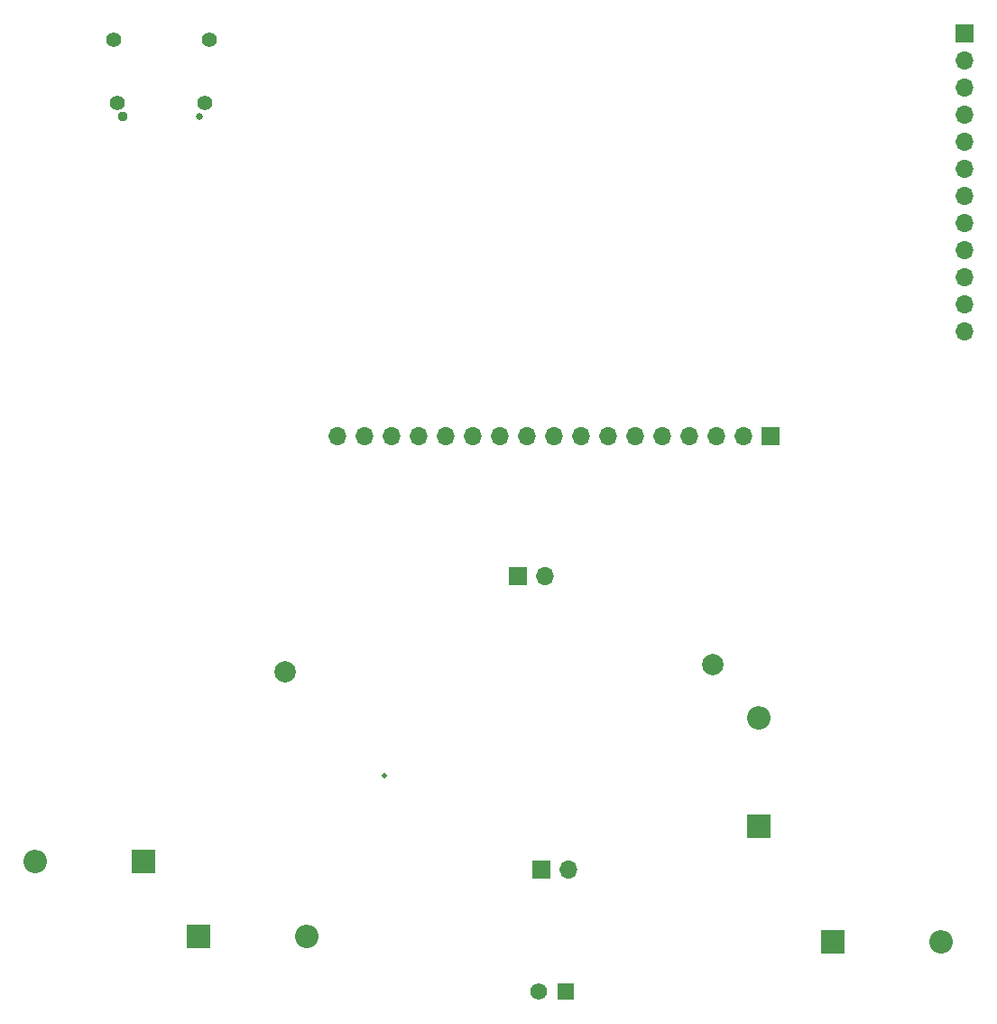
<source format=gbr>
G04 #@! TF.GenerationSoftware,KiCad,Pcbnew,9.0.0*
G04 #@! TF.CreationDate,2025-04-14T13:30:53-05:00*
G04 #@! TF.ProjectId,PlanB,506c616e-422e-46b6-9963-61645f706362,rev?*
G04 #@! TF.SameCoordinates,Original*
G04 #@! TF.FileFunction,Soldermask,Bot*
G04 #@! TF.FilePolarity,Negative*
%FSLAX46Y46*%
G04 Gerber Fmt 4.6, Leading zero omitted, Abs format (unit mm)*
G04 Created by KiCad (PCBNEW 9.0.0) date 2025-04-14 13:30:53*
%MOMM*%
%LPD*%
G01*
G04 APERTURE LIST*
%ADD10R,1.575000X1.575000*%
%ADD11C,1.575000*%
%ADD12R,2.200000X2.200000*%
%ADD13O,2.200000X2.200000*%
%ADD14C,2.000000*%
%ADD15R,1.700000X1.700000*%
%ADD16O,1.700000X1.700000*%
%ADD17C,0.500000*%
%ADD18C,0.650000*%
%ADD19C,0.950000*%
%ADD20C,1.400000*%
G04 APERTURE END LIST*
D10*
X128298500Y-147616400D03*
D11*
X125798500Y-147616400D03*
D12*
X153390600Y-142951200D03*
D13*
X163550600Y-142951200D03*
D12*
X88716000Y-135473100D03*
D13*
X78556000Y-135473100D03*
D14*
X142087600Y-116967000D03*
D15*
X123799600Y-108737400D03*
D16*
X126339600Y-108737400D03*
D15*
X147574000Y-95580200D03*
D16*
X145034000Y-95580200D03*
X142494000Y-95580200D03*
X139954000Y-95580200D03*
X137414000Y-95580200D03*
X134874000Y-95580200D03*
X132334000Y-95580200D03*
X129794000Y-95580200D03*
X127254000Y-95580200D03*
X124714000Y-95580200D03*
X122174000Y-95580200D03*
X119634000Y-95580200D03*
X117094000Y-95580200D03*
X114554000Y-95580200D03*
X112014000Y-95580200D03*
X109474000Y-95580200D03*
X106934000Y-95580200D03*
D17*
X111277400Y-127431800D03*
D14*
X102006400Y-117664900D03*
D15*
X126029800Y-136220200D03*
D16*
X128569800Y-136220200D03*
D12*
X146405600Y-132156200D03*
D13*
X146405600Y-121996200D03*
D15*
X165735000Y-57810400D03*
D16*
X165735000Y-60350400D03*
X165735000Y-62890400D03*
X165735000Y-65430400D03*
X165735000Y-67970400D03*
X165735000Y-70510400D03*
X165735000Y-73050400D03*
X165735000Y-75590400D03*
X165735000Y-78130400D03*
X165735000Y-80670400D03*
X165735000Y-83210400D03*
X165735000Y-85750400D03*
D18*
X93947800Y-65574000D03*
D19*
X86747800Y-65574000D03*
D20*
X94837800Y-58374000D03*
X94477800Y-64324000D03*
X86217800Y-64324000D03*
X85857800Y-58374000D03*
D12*
X93853000Y-142506100D03*
D13*
X104013000Y-142506100D03*
M02*

</source>
